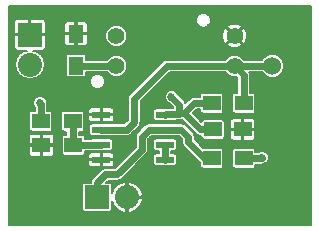
<source format=gbr>
G04 #@! TF.FileFunction,Copper,L1,Top,Signal*
%FSLAX46Y46*%
G04 Gerber Fmt 4.6, Leading zero omitted, Abs format (unit mm)*
G04 Created by KiCad (PCBNEW 0.201506122246+5743~23~ubuntu14.10.1-product) date Sun 14 Jun 2015 08:35:05 PM EDT*
%MOMM*%
G01*
G04 APERTURE LIST*
%ADD10C,0.100000*%
%ADD11R,1.500000X1.250000*%
%ADD12R,2.032000X2.032000*%
%ADD13O,2.032000X2.032000*%
%ADD14R,1.300000X1.500000*%
%ADD15R,1.500000X1.300000*%
%ADD16R,1.550000X0.600000*%
%ADD17C,1.400000*%
%ADD18C,1.524000*%
%ADD19C,0.685800*%
%ADD20C,0.609600*%
%ADD21C,0.152400*%
G04 APERTURE END LIST*
D10*
D11*
X167456800Y-94284800D03*
X169956800Y-94284800D03*
D12*
X151942800Y-86258400D03*
D13*
X151942800Y-88798400D03*
D12*
X157632400Y-100025200D03*
D13*
X160172400Y-100025200D03*
D14*
X155854400Y-88878400D03*
X155854400Y-86178400D03*
D15*
X167356800Y-92049600D03*
X170056800Y-92049600D03*
X152878800Y-93573600D03*
X155578800Y-93573600D03*
X155629600Y-95605600D03*
X152929600Y-95605600D03*
X170056800Y-96723200D03*
X167356800Y-96723200D03*
D16*
X157980400Y-93040200D03*
X157980400Y-94310200D03*
X157980400Y-95580200D03*
X157980400Y-96850200D03*
X163380400Y-96850200D03*
X163380400Y-95580200D03*
X163380400Y-94310200D03*
X163380400Y-93040200D03*
D17*
X159274500Y-88900000D03*
X159274500Y-86360000D03*
X169274500Y-88900000D03*
X169274500Y-86360000D03*
D18*
X172466000Y-88900000D03*
D19*
X152806400Y-92049600D03*
X171602400Y-96672400D03*
X163931600Y-91541600D03*
D20*
X152878800Y-93573600D02*
X152878800Y-92122000D01*
X152878800Y-92122000D02*
X152806400Y-92049600D01*
X170056800Y-96723200D02*
X171551600Y-96723200D01*
X171551600Y-96723200D02*
X171602400Y-96672400D01*
X167356800Y-92049600D02*
X165862000Y-92049600D01*
X165862000Y-92049600D02*
X164998400Y-92913200D01*
X164592000Y-92913200D02*
X164998400Y-92913200D01*
X166370000Y-94284800D02*
X167456800Y-94284800D01*
X164998400Y-92913200D02*
X166370000Y-94284800D01*
X164592000Y-92964000D02*
X164592000Y-92913200D01*
X164592000Y-92913200D02*
X164592000Y-92202000D01*
X164592000Y-92202000D02*
X163931600Y-91541600D01*
X164592000Y-92964000D02*
X163456600Y-92964000D01*
X163456600Y-92964000D02*
X163380400Y-93040200D01*
X167356800Y-96723200D02*
X166725600Y-96723200D01*
X166725600Y-96723200D02*
X165354000Y-95351600D01*
X165354000Y-95351600D02*
X165354000Y-94894400D01*
X165354000Y-94894400D02*
X164769800Y-94310200D01*
X164769800Y-94310200D02*
X163380400Y-94310200D01*
X157632400Y-100025200D02*
X157632400Y-98806000D01*
X162026600Y-94310200D02*
X163380400Y-94310200D01*
X161442400Y-94894400D02*
X162026600Y-94310200D01*
X161442400Y-96012000D02*
X161442400Y-94894400D01*
X159359600Y-98094800D02*
X161442400Y-96012000D01*
X158343600Y-98094800D02*
X159359600Y-98094800D01*
X157632400Y-98806000D02*
X158343600Y-98094800D01*
X155883600Y-88900000D02*
X159274500Y-88900000D01*
X172466000Y-88900000D02*
X169274500Y-88900000D01*
X169325300Y-88950800D02*
X169274500Y-88900000D01*
X170056800Y-92049600D02*
X170056800Y-89682300D01*
X170056800Y-89682300D02*
X169274500Y-88900000D01*
X169274500Y-88900000D02*
X163576000Y-88900000D01*
X160147000Y-94310200D02*
X157980400Y-94310200D01*
X160782000Y-93675200D02*
X160147000Y-94310200D01*
X160782000Y-91694000D02*
X160782000Y-93675200D01*
X163576000Y-88900000D02*
X160782000Y-91694000D01*
X155578800Y-93573600D02*
X155578800Y-95554800D01*
X155578800Y-95554800D02*
X155629600Y-95605600D01*
X155629600Y-95605600D02*
X157955000Y-95605600D01*
X157955000Y-95605600D02*
X157980400Y-95580200D01*
X163380400Y-95580200D02*
X163380400Y-96850200D01*
D21*
G36*
X175743400Y-102337400D02*
X175743400Y-102337400D01*
X150138600Y-102337400D01*
X150138600Y-96901000D01*
X156957750Y-96901000D01*
X156875200Y-96983550D01*
X156875200Y-97215881D01*
X156925470Y-97337243D01*
X157018357Y-97430130D01*
X157139719Y-97480400D01*
X157847050Y-97480400D01*
X157929600Y-97397850D01*
X157929600Y-96901000D01*
X158031200Y-96901000D01*
X158031200Y-97397850D01*
X158113750Y-97480400D01*
X158821081Y-97480400D01*
X158942443Y-97430130D01*
X159035330Y-97337243D01*
X159085600Y-97215881D01*
X159085600Y-96983550D01*
X159003050Y-96901000D01*
X158031200Y-96901000D01*
X157929600Y-96901000D01*
X157929600Y-96901000D01*
X156957750Y-96901000D01*
X150138600Y-96901000D01*
X150138600Y-95656400D01*
X151931950Y-95656400D01*
X151849400Y-95738950D01*
X151849400Y-96321281D01*
X151899670Y-96442643D01*
X151992557Y-96535530D01*
X152113919Y-96585800D01*
X152796250Y-96585800D01*
X152878800Y-96503250D01*
X152878800Y-95656400D01*
X152980400Y-95656400D01*
X152980400Y-96503250D01*
X153062950Y-96585800D01*
X153745281Y-96585800D01*
X153866643Y-96535530D01*
X153959530Y-96442643D01*
X154009800Y-96321281D01*
X154009800Y-95738950D01*
X153927250Y-95656400D01*
X152980400Y-95656400D01*
X152878800Y-95656400D01*
X152878800Y-95656400D01*
X151931950Y-95656400D01*
X150138600Y-95656400D01*
X150138600Y-94625400D01*
X152113919Y-94625400D01*
X151992557Y-94675670D01*
X151899670Y-94768557D01*
X151849400Y-94889919D01*
X151849400Y-95472250D01*
X151931950Y-95554800D01*
X152878800Y-95554800D01*
X152878800Y-94707950D01*
X152796250Y-94625400D01*
X153062950Y-94625400D01*
X152980400Y-94707950D01*
X152980400Y-95554800D01*
X153927250Y-95554800D01*
X154009800Y-95472250D01*
X154009800Y-94889919D01*
X153959530Y-94768557D01*
X153866643Y-94675670D01*
X153745281Y-94625400D01*
X153062950Y-94625400D01*
X152796250Y-94625400D01*
X152796250Y-94625400D01*
X152113919Y-94625400D01*
X150138600Y-94625400D01*
X150138600Y-91478001D01*
X152693220Y-91478001D01*
X152483094Y-91564824D01*
X152322189Y-91725449D01*
X152235000Y-91935423D01*
X152234801Y-92162780D01*
X152321624Y-92372906D01*
X152345400Y-92396723D01*
X152345400Y-92690521D01*
X152128800Y-92690521D01*
X152041636Y-92707433D01*
X151965026Y-92757758D01*
X151913744Y-92833729D01*
X151895721Y-92923600D01*
X151895721Y-94223600D01*
X151912633Y-94310764D01*
X151962958Y-94387374D01*
X152038929Y-94438656D01*
X152128800Y-94456679D01*
X153628800Y-94456679D01*
X153715964Y-94439767D01*
X153792574Y-94389442D01*
X153843856Y-94313471D01*
X153861879Y-94223600D01*
X153861879Y-92923600D01*
X153844967Y-92836436D01*
X153794642Y-92759826D01*
X153718671Y-92708544D01*
X153628800Y-92690521D01*
X154828800Y-92690521D01*
X154741636Y-92707433D01*
X154665026Y-92757758D01*
X154613744Y-92833729D01*
X154595721Y-92923600D01*
X154595721Y-94223600D01*
X154612633Y-94310764D01*
X154662958Y-94387374D01*
X154738929Y-94438656D01*
X154828800Y-94456679D01*
X155045400Y-94456679D01*
X155045400Y-94722521D01*
X154879600Y-94722521D01*
X154792436Y-94739433D01*
X154715826Y-94789758D01*
X154664544Y-94865729D01*
X154646521Y-94955600D01*
X154646521Y-96255600D01*
X154663433Y-96342764D01*
X154713758Y-96419374D01*
X154789729Y-96470656D01*
X154879600Y-96488679D01*
X156379600Y-96488679D01*
X156466764Y-96471767D01*
X156543374Y-96421442D01*
X156594656Y-96345471D01*
X156612679Y-96255600D01*
X156612679Y-96220000D01*
X157139719Y-96220000D01*
X157018357Y-96270270D01*
X156925470Y-96363157D01*
X156875200Y-96484519D01*
X156875200Y-96716850D01*
X156957750Y-96799400D01*
X157929600Y-96799400D01*
X157929600Y-96302550D01*
X157847050Y-96220000D01*
X158113750Y-96220000D01*
X158031200Y-96302550D01*
X158031200Y-96799400D01*
X159003050Y-96799400D01*
X159085600Y-96716850D01*
X159085600Y-96484519D01*
X159035330Y-96363157D01*
X158942443Y-96270270D01*
X158821081Y-96220000D01*
X158113750Y-96220000D01*
X157847050Y-96220000D01*
X157847050Y-96220000D01*
X157139719Y-96220000D01*
X156612679Y-96220000D01*
X156612679Y-96139000D01*
X157955000Y-96139000D01*
X158084307Y-96113279D01*
X158755400Y-96113279D01*
X158842564Y-96096367D01*
X158919174Y-96046042D01*
X158970456Y-95970071D01*
X158988479Y-95880200D01*
X158988479Y-95280200D01*
X158971567Y-95193036D01*
X158921242Y-95116426D01*
X158845271Y-95065144D01*
X158755400Y-95047121D01*
X157982014Y-95047121D01*
X157980400Y-95046800D01*
X157978786Y-95047121D01*
X157205400Y-95047121D01*
X157118236Y-95064033D01*
X157105803Y-95072200D01*
X156612679Y-95072200D01*
X156612679Y-94955600D01*
X156595767Y-94868436D01*
X156545442Y-94791826D01*
X156469471Y-94740544D01*
X156379600Y-94722521D01*
X156112200Y-94722521D01*
X156112200Y-94456679D01*
X156328800Y-94456679D01*
X156415964Y-94439767D01*
X156492574Y-94389442D01*
X156543856Y-94313471D01*
X156561879Y-94223600D01*
X156561879Y-93091000D01*
X156957750Y-93091000D01*
X156875200Y-93173550D01*
X156875200Y-93405881D01*
X156925470Y-93527243D01*
X157018357Y-93620130D01*
X157139719Y-93670400D01*
X157847050Y-93670400D01*
X157929600Y-93587850D01*
X157929600Y-93091000D01*
X158031200Y-93091000D01*
X158031200Y-93587850D01*
X158113750Y-93670400D01*
X158821081Y-93670400D01*
X158942443Y-93620130D01*
X159035330Y-93527243D01*
X159085600Y-93405881D01*
X159085600Y-93173550D01*
X159003050Y-93091000D01*
X158031200Y-93091000D01*
X157929600Y-93091000D01*
X157929600Y-93091000D01*
X156957750Y-93091000D01*
X156561879Y-93091000D01*
X156561879Y-92923600D01*
X156544967Y-92836436D01*
X156494642Y-92759826D01*
X156418671Y-92708544D01*
X156328800Y-92690521D01*
X154828800Y-92690521D01*
X153628800Y-92690521D01*
X153628800Y-92690521D01*
X153412200Y-92690521D01*
X153412200Y-92410000D01*
X157139719Y-92410000D01*
X157018357Y-92460270D01*
X156925470Y-92553157D01*
X156875200Y-92674519D01*
X156875200Y-92906850D01*
X156957750Y-92989400D01*
X157929600Y-92989400D01*
X157929600Y-92492550D01*
X157847050Y-92410000D01*
X158113750Y-92410000D01*
X158031200Y-92492550D01*
X158031200Y-92989400D01*
X159003050Y-92989400D01*
X159085600Y-92906850D01*
X159085600Y-92674519D01*
X159035330Y-92553157D01*
X158942443Y-92460270D01*
X158821081Y-92410000D01*
X158113750Y-92410000D01*
X157847050Y-92410000D01*
X157847050Y-92410000D01*
X157139719Y-92410000D01*
X153412200Y-92410000D01*
X153412200Y-92122000D01*
X153377987Y-91950002D01*
X153377999Y-91936420D01*
X153372767Y-91923757D01*
X153371597Y-91917877D01*
X153368295Y-91912936D01*
X153291176Y-91726294D01*
X153130551Y-91565389D01*
X152920577Y-91478200D01*
X152693220Y-91478001D01*
X150138600Y-91478001D01*
X150138600Y-86309200D01*
X150679150Y-86309200D01*
X150596600Y-86391750D01*
X150596600Y-87340081D01*
X150646870Y-87461443D01*
X150739757Y-87554330D01*
X150861119Y-87604600D01*
X151663029Y-87604600D01*
X151442129Y-87648540D01*
X151038352Y-87918335D01*
X150768557Y-88322112D01*
X150673817Y-88798400D01*
X150768557Y-89274688D01*
X151038352Y-89678465D01*
X151442129Y-89948260D01*
X151918417Y-90043000D01*
X151967183Y-90043000D01*
X152443471Y-89948260D01*
X152847248Y-89678465D01*
X153117043Y-89274688D01*
X153211783Y-88798400D01*
X153117043Y-88322112D01*
X152847248Y-87918335D01*
X152812806Y-87895321D01*
X155204400Y-87895321D01*
X155117236Y-87912233D01*
X155040626Y-87962558D01*
X154989344Y-88038529D01*
X154971321Y-88128400D01*
X154971321Y-89628400D01*
X154988233Y-89715564D01*
X155038558Y-89792174D01*
X155114529Y-89843456D01*
X155204400Y-89861479D01*
X156504400Y-89861479D01*
X156591564Y-89844567D01*
X156668174Y-89794242D01*
X156719456Y-89718271D01*
X156737479Y-89628400D01*
X156737479Y-89601291D01*
X157550012Y-89601291D01*
X157318892Y-89696788D01*
X157141910Y-89873462D01*
X157046009Y-90104415D01*
X157045791Y-90354488D01*
X157141288Y-90585608D01*
X157317962Y-90762590D01*
X157548915Y-90858491D01*
X157798988Y-90858709D01*
X158030108Y-90763212D01*
X158207090Y-90586538D01*
X158302991Y-90355585D01*
X158303209Y-90105512D01*
X158207712Y-89874392D01*
X158031038Y-89697410D01*
X157800085Y-89601509D01*
X157550012Y-89601291D01*
X156737479Y-89601291D01*
X156737479Y-89433400D01*
X158494876Y-89433400D01*
X158747804Y-89686769D01*
X159088980Y-89828438D01*
X159458400Y-89828760D01*
X159799822Y-89687688D01*
X160061269Y-89426696D01*
X160202938Y-89085520D01*
X160203260Y-88716100D01*
X160062188Y-88374678D01*
X159801196Y-88113231D01*
X159460020Y-87971562D01*
X159090600Y-87971240D01*
X158749178Y-88112312D01*
X158494447Y-88366600D01*
X156737479Y-88366600D01*
X156737479Y-88128400D01*
X156720567Y-88041236D01*
X156670242Y-87964626D01*
X156594271Y-87913344D01*
X156573747Y-87909228D01*
X172269822Y-87909228D01*
X171905603Y-88059721D01*
X171626700Y-88338138D01*
X171614881Y-88366600D01*
X170054124Y-88366600D01*
X169801196Y-88113231D01*
X169460020Y-87971562D01*
X169090600Y-87971240D01*
X168749178Y-88112312D01*
X168494447Y-88366600D01*
X163576005Y-88366600D01*
X163576000Y-88366599D01*
X163371877Y-88407203D01*
X163198829Y-88522829D01*
X160404829Y-91316829D01*
X160289203Y-91489877D01*
X160248600Y-91694000D01*
X160248600Y-93454259D01*
X159926058Y-93776800D01*
X157980400Y-93776800D01*
X157978786Y-93777121D01*
X157205400Y-93777121D01*
X157118236Y-93794033D01*
X157041626Y-93844358D01*
X156990344Y-93920329D01*
X156972321Y-94010200D01*
X156972321Y-94610200D01*
X156989233Y-94697364D01*
X157039558Y-94773974D01*
X157115529Y-94825256D01*
X157205400Y-94843279D01*
X157978786Y-94843279D01*
X157980400Y-94843600D01*
X160147000Y-94843600D01*
X160351123Y-94802997D01*
X160524171Y-94687371D01*
X160524172Y-94687370D01*
X161159168Y-94052373D01*
X161159171Y-94052371D01*
X161274797Y-93879323D01*
X161287114Y-93817403D01*
X161295190Y-93776799D01*
X162026600Y-93776799D01*
X161822477Y-93817403D01*
X161649429Y-93933029D01*
X161649427Y-93933032D01*
X161065229Y-94517229D01*
X160949603Y-94690277D01*
X160909000Y-94894400D01*
X160909000Y-95791058D01*
X159138658Y-97561400D01*
X158343605Y-97561400D01*
X158343600Y-97561399D01*
X158139477Y-97602003D01*
X157966429Y-97717629D01*
X157255229Y-98428829D01*
X157139603Y-98601877D01*
X157104943Y-98776121D01*
X156616400Y-98776121D01*
X156529236Y-98793033D01*
X156452626Y-98843358D01*
X156401344Y-98919329D01*
X156383321Y-99009200D01*
X156383321Y-101041200D01*
X156400233Y-101128364D01*
X156450558Y-101204974D01*
X156526529Y-101256256D01*
X156616400Y-101274279D01*
X158648400Y-101274279D01*
X158735564Y-101257367D01*
X158812174Y-101207042D01*
X158863456Y-101131071D01*
X158881479Y-101041200D01*
X158881479Y-100358108D01*
X159051933Y-100771402D01*
X159422783Y-101143385D01*
X159907755Y-101345134D01*
X159911783Y-101345932D01*
X160121600Y-101287828D01*
X160121600Y-100076000D01*
X160223200Y-100076000D01*
X160223200Y-101287828D01*
X160433017Y-101345932D01*
X160437045Y-101345134D01*
X160922017Y-101143385D01*
X161292867Y-100771402D01*
X161493136Y-100285817D01*
X161435095Y-100076000D01*
X160223200Y-100076000D01*
X160121600Y-100076000D01*
X160121600Y-100076000D01*
X160101600Y-100076000D01*
X160101600Y-99974400D01*
X160121600Y-99974400D01*
X160121600Y-98762572D01*
X159911783Y-98704468D01*
X160433017Y-98704468D01*
X160223200Y-98762572D01*
X160223200Y-99974400D01*
X161435095Y-99974400D01*
X161493136Y-99764583D01*
X161292867Y-99278998D01*
X160922017Y-98907015D01*
X160437045Y-98705266D01*
X160433017Y-98704468D01*
X159911783Y-98704468D01*
X159911783Y-98704468D01*
X159907755Y-98705266D01*
X159422783Y-98907015D01*
X159051933Y-99278998D01*
X158881479Y-99692292D01*
X158881479Y-99009200D01*
X158864567Y-98922036D01*
X158814242Y-98845426D01*
X158738271Y-98794144D01*
X158648400Y-98776121D01*
X158416621Y-98776121D01*
X158564542Y-98628200D01*
X159359600Y-98628200D01*
X159563723Y-98587597D01*
X159736771Y-98471971D01*
X161819571Y-96389171D01*
X161935197Y-96216123D01*
X161975800Y-96012000D01*
X161975800Y-95115342D01*
X162044341Y-95046800D01*
X163380400Y-95046800D01*
X163378786Y-95047121D01*
X162605400Y-95047121D01*
X162518236Y-95064033D01*
X162441626Y-95114358D01*
X162390344Y-95190329D01*
X162372321Y-95280200D01*
X162372321Y-95880200D01*
X162389233Y-95967364D01*
X162439558Y-96043974D01*
X162515529Y-96095256D01*
X162605400Y-96113279D01*
X162847000Y-96113279D01*
X162847000Y-96317121D01*
X162605400Y-96317121D01*
X162518236Y-96334033D01*
X162441626Y-96384358D01*
X162390344Y-96460329D01*
X162372321Y-96550200D01*
X162372321Y-97150200D01*
X162389233Y-97237364D01*
X162439558Y-97313974D01*
X162515529Y-97365256D01*
X162605400Y-97383279D01*
X163378786Y-97383279D01*
X163380400Y-97383600D01*
X163382014Y-97383279D01*
X164155400Y-97383279D01*
X164242564Y-97366367D01*
X164319174Y-97316042D01*
X164370456Y-97240071D01*
X164388479Y-97150200D01*
X164388479Y-96550200D01*
X164371567Y-96463036D01*
X164321242Y-96386426D01*
X164245271Y-96335144D01*
X164155400Y-96317121D01*
X163913800Y-96317121D01*
X163913800Y-96113279D01*
X164155400Y-96113279D01*
X164242564Y-96096367D01*
X164319174Y-96046042D01*
X164370456Y-95970071D01*
X164388479Y-95880200D01*
X164388479Y-95280200D01*
X164371567Y-95193036D01*
X164321242Y-95116426D01*
X164245271Y-95065144D01*
X164155400Y-95047121D01*
X163382014Y-95047121D01*
X163380400Y-95046800D01*
X162044341Y-95046800D01*
X162247541Y-94843600D01*
X164548858Y-94843600D01*
X164820600Y-95115341D01*
X164820600Y-95351600D01*
X164861203Y-95555723D01*
X164976829Y-95728771D01*
X166348429Y-97100371D01*
X166373721Y-97117271D01*
X166373721Y-97373200D01*
X166390633Y-97460364D01*
X166440958Y-97536974D01*
X166516929Y-97588256D01*
X166606800Y-97606279D01*
X168106800Y-97606279D01*
X168193964Y-97589367D01*
X168270574Y-97539042D01*
X168321856Y-97463071D01*
X168339879Y-97373200D01*
X168339879Y-96073200D01*
X168322967Y-95986036D01*
X168272642Y-95909426D01*
X168196671Y-95858144D01*
X168106800Y-95840121D01*
X169306800Y-95840121D01*
X169219636Y-95857033D01*
X169143026Y-95907358D01*
X169091744Y-95983329D01*
X169073721Y-96073200D01*
X169073721Y-97373200D01*
X169090633Y-97460364D01*
X169140958Y-97536974D01*
X169216929Y-97588256D01*
X169306800Y-97606279D01*
X170806800Y-97606279D01*
X170893964Y-97589367D01*
X170970574Y-97539042D01*
X171021856Y-97463071D01*
X171039879Y-97373200D01*
X171039879Y-97256600D01*
X171551600Y-97256600D01*
X171615390Y-97243911D01*
X171715580Y-97243999D01*
X171925706Y-97157176D01*
X172086611Y-96996551D01*
X172173800Y-96786577D01*
X172173999Y-96559220D01*
X172087176Y-96349094D01*
X171926551Y-96188189D01*
X171716577Y-96101000D01*
X171489220Y-96100801D01*
X171279094Y-96187624D01*
X171276914Y-96189800D01*
X171039879Y-96189800D01*
X171039879Y-96073200D01*
X171022967Y-95986036D01*
X170972642Y-95909426D01*
X170896671Y-95858144D01*
X170806800Y-95840121D01*
X169306800Y-95840121D01*
X168106800Y-95840121D01*
X168106800Y-95840121D01*
X166606800Y-95840121D01*
X166598478Y-95841736D01*
X165887400Y-95130658D01*
X165887400Y-94894405D01*
X165887401Y-94894400D01*
X165846797Y-94690277D01*
X165803448Y-94625400D01*
X165731171Y-94517229D01*
X165731168Y-94517227D01*
X165146971Y-93933029D01*
X164973923Y-93817403D01*
X164769800Y-93776800D01*
X162026605Y-93776800D01*
X162026600Y-93776799D01*
X161295190Y-93776799D01*
X161315401Y-93675200D01*
X161315400Y-93675195D01*
X161315400Y-91914942D01*
X162260341Y-90970001D01*
X163818420Y-90970001D01*
X163608294Y-91056824D01*
X163447389Y-91217449D01*
X163360200Y-91427423D01*
X163360001Y-91654780D01*
X163446824Y-91864906D01*
X163607449Y-92025811D01*
X163699828Y-92064170D01*
X164058600Y-92422942D01*
X164058600Y-92430600D01*
X163456600Y-92430600D01*
X163252477Y-92471203D01*
X163198721Y-92507121D01*
X162605400Y-92507121D01*
X162518236Y-92524033D01*
X162441626Y-92574358D01*
X162390344Y-92650329D01*
X162372321Y-92740200D01*
X162372321Y-93340200D01*
X162389233Y-93427364D01*
X162439558Y-93503974D01*
X162515529Y-93555256D01*
X162605400Y-93573279D01*
X163378786Y-93573279D01*
X163380400Y-93573600D01*
X163382014Y-93573279D01*
X164155400Y-93573279D01*
X164242564Y-93556367D01*
X164319174Y-93506042D01*
X164325008Y-93497400D01*
X164592000Y-93497400D01*
X164789060Y-93458202D01*
X165992829Y-94661971D01*
X166165876Y-94777597D01*
X166370000Y-94818200D01*
X166473721Y-94818200D01*
X166473721Y-94909800D01*
X166490633Y-94996964D01*
X166540958Y-95073574D01*
X166616929Y-95124856D01*
X166706800Y-95142879D01*
X168206800Y-95142879D01*
X168293964Y-95125967D01*
X168370574Y-95075642D01*
X168421856Y-94999671D01*
X168439879Y-94909800D01*
X168439879Y-94335600D01*
X168959150Y-94335600D01*
X168876600Y-94418150D01*
X168876600Y-94975481D01*
X168926870Y-95096843D01*
X169019757Y-95189730D01*
X169141119Y-95240000D01*
X169823450Y-95240000D01*
X169906000Y-95157450D01*
X169906000Y-94335600D01*
X170007600Y-94335600D01*
X170007600Y-95157450D01*
X170090150Y-95240000D01*
X170772481Y-95240000D01*
X170893843Y-95189730D01*
X170986730Y-95096843D01*
X171037000Y-94975481D01*
X171037000Y-94418150D01*
X170954450Y-94335600D01*
X170007600Y-94335600D01*
X169906000Y-94335600D01*
X169906000Y-94335600D01*
X168959150Y-94335600D01*
X168439879Y-94335600D01*
X168439879Y-93659800D01*
X168422967Y-93572636D01*
X168372642Y-93496026D01*
X168296671Y-93444744D01*
X168206800Y-93426721D01*
X166706800Y-93426721D01*
X166619636Y-93443633D01*
X166543026Y-93493958D01*
X166491744Y-93569929D01*
X166478001Y-93638459D01*
X166169142Y-93329600D01*
X169141119Y-93329600D01*
X169019757Y-93379870D01*
X168926870Y-93472757D01*
X168876600Y-93594119D01*
X168876600Y-94151450D01*
X168959150Y-94234000D01*
X169906000Y-94234000D01*
X169906000Y-93412150D01*
X169823450Y-93329600D01*
X170090150Y-93329600D01*
X170007600Y-93412150D01*
X170007600Y-94234000D01*
X170954450Y-94234000D01*
X171037000Y-94151450D01*
X171037000Y-93594119D01*
X170986730Y-93472757D01*
X170893843Y-93379870D01*
X170772481Y-93329600D01*
X170090150Y-93329600D01*
X169823450Y-93329600D01*
X169823450Y-93329600D01*
X169141119Y-93329600D01*
X166169142Y-93329600D01*
X165752742Y-92913200D01*
X166082942Y-92583000D01*
X166373721Y-92583000D01*
X166373721Y-92699600D01*
X166390633Y-92786764D01*
X166440958Y-92863374D01*
X166516929Y-92914656D01*
X166606800Y-92932679D01*
X168106800Y-92932679D01*
X168193964Y-92915767D01*
X168270574Y-92865442D01*
X168321856Y-92789471D01*
X168339879Y-92699600D01*
X168339879Y-91399600D01*
X168322967Y-91312436D01*
X168272642Y-91235826D01*
X168196671Y-91184544D01*
X168106800Y-91166521D01*
X166606800Y-91166521D01*
X166519636Y-91183433D01*
X166443026Y-91233758D01*
X166391744Y-91309729D01*
X166373721Y-91399600D01*
X166373721Y-91516200D01*
X165862000Y-91516200D01*
X165657877Y-91556803D01*
X165484829Y-91672429D01*
X165097172Y-92060086D01*
X165084797Y-91997877D01*
X164969171Y-91824829D01*
X164454217Y-91309875D01*
X164416376Y-91218294D01*
X164255751Y-91057389D01*
X164045777Y-90970200D01*
X163818420Y-90970001D01*
X162260341Y-90970001D01*
X163796942Y-89433400D01*
X168494876Y-89433400D01*
X168747804Y-89686769D01*
X169088980Y-89828438D01*
X169448910Y-89828752D01*
X169523400Y-89903242D01*
X169523400Y-91166521D01*
X169306800Y-91166521D01*
X169219636Y-91183433D01*
X169143026Y-91233758D01*
X169091744Y-91309729D01*
X169073721Y-91399600D01*
X169073721Y-92699600D01*
X169090633Y-92786764D01*
X169140958Y-92863374D01*
X169216929Y-92914656D01*
X169306800Y-92932679D01*
X170806800Y-92932679D01*
X170893964Y-92915767D01*
X170970574Y-92865442D01*
X171021856Y-92789471D01*
X171039879Y-92699600D01*
X171039879Y-91399600D01*
X171022967Y-91312436D01*
X170972642Y-91235826D01*
X170896671Y-91184544D01*
X170806800Y-91166521D01*
X170590200Y-91166521D01*
X170590200Y-89682300D01*
X170549597Y-89478177D01*
X170549597Y-89478176D01*
X170519679Y-89433400D01*
X171614566Y-89433400D01*
X171625721Y-89460397D01*
X171904138Y-89739300D01*
X172268093Y-89890428D01*
X172662178Y-89890772D01*
X173026397Y-89740279D01*
X173305300Y-89461862D01*
X173456428Y-89097907D01*
X173456772Y-88703822D01*
X173306279Y-88339603D01*
X173027862Y-88060700D01*
X172663907Y-87909572D01*
X172269822Y-87909228D01*
X156573747Y-87909228D01*
X156504400Y-87895321D01*
X155204400Y-87895321D01*
X152812806Y-87895321D01*
X152443471Y-87648540D01*
X152222571Y-87604600D01*
X153024481Y-87604600D01*
X153145843Y-87554330D01*
X153238730Y-87461443D01*
X153289000Y-87340081D01*
X153289000Y-86391750D01*
X153206450Y-86309200D01*
X151993600Y-86309200D01*
X151993600Y-86329200D01*
X151892000Y-86329200D01*
X151892000Y-86309200D01*
X150679150Y-86309200D01*
X150138600Y-86309200D01*
X150138600Y-86229200D01*
X154956750Y-86229200D01*
X154874200Y-86311750D01*
X154874200Y-86994081D01*
X154924470Y-87115443D01*
X155017357Y-87208330D01*
X155138719Y-87258600D01*
X155721050Y-87258600D01*
X155803600Y-87176050D01*
X155803600Y-86229200D01*
X155905200Y-86229200D01*
X155905200Y-87176050D01*
X155987750Y-87258600D01*
X156570081Y-87258600D01*
X156691443Y-87208330D01*
X156784330Y-87115443D01*
X156834600Y-86994081D01*
X156834600Y-86311750D01*
X156752050Y-86229200D01*
X155905200Y-86229200D01*
X155803600Y-86229200D01*
X155803600Y-86229200D01*
X154956750Y-86229200D01*
X150138600Y-86229200D01*
X150138600Y-84912200D01*
X150861119Y-84912200D01*
X150739757Y-84962470D01*
X150646870Y-85055357D01*
X150596600Y-85176719D01*
X150596600Y-86125050D01*
X150679150Y-86207600D01*
X151892000Y-86207600D01*
X151892000Y-84994750D01*
X151809450Y-84912200D01*
X152076150Y-84912200D01*
X151993600Y-84994750D01*
X151993600Y-86207600D01*
X153206450Y-86207600D01*
X153289000Y-86125050D01*
X153289000Y-85176719D01*
X153256477Y-85098200D01*
X155138719Y-85098200D01*
X155017357Y-85148470D01*
X154924470Y-85241357D01*
X154874200Y-85362719D01*
X154874200Y-86045050D01*
X154956750Y-86127600D01*
X155803600Y-86127600D01*
X155803600Y-85180750D01*
X155721050Y-85098200D01*
X155987750Y-85098200D01*
X155905200Y-85180750D01*
X155905200Y-86127600D01*
X156752050Y-86127600D01*
X156834600Y-86045050D01*
X156834600Y-85431240D01*
X159090600Y-85431240D01*
X158749178Y-85572312D01*
X158487731Y-85833304D01*
X158346062Y-86174480D01*
X158345740Y-86543900D01*
X158486812Y-86885322D01*
X158747804Y-87146769D01*
X159088980Y-87288438D01*
X159458400Y-87288760D01*
X159799822Y-87147688D01*
X160061269Y-86886696D01*
X160202938Y-86545520D01*
X160203260Y-86176100D01*
X160062188Y-85834678D01*
X159940226Y-85712503D01*
X168555161Y-85712503D01*
X168395858Y-85784421D01*
X168242476Y-86164476D01*
X168246210Y-86574298D01*
X168395858Y-86935579D01*
X168555161Y-87007497D01*
X169130816Y-86431842D01*
X169274500Y-86431842D01*
X168627003Y-87079339D01*
X168698921Y-87238642D01*
X169078976Y-87392024D01*
X169488798Y-87388290D01*
X169850079Y-87238642D01*
X169921997Y-87079339D01*
X169274500Y-86431842D01*
X169130816Y-86431842D01*
X169202658Y-86360000D01*
X168555161Y-85712503D01*
X159940226Y-85712503D01*
X159801196Y-85573231D01*
X159460020Y-85431562D01*
X159090600Y-85431240D01*
X156834600Y-85431240D01*
X156834600Y-85362719D01*
X156784330Y-85241357D01*
X156691443Y-85148470D01*
X156570081Y-85098200D01*
X155987750Y-85098200D01*
X155721050Y-85098200D01*
X155721050Y-85098200D01*
X155138719Y-85098200D01*
X153256477Y-85098200D01*
X153238730Y-85055357D01*
X153145843Y-84962470D01*
X153024481Y-84912200D01*
X152076150Y-84912200D01*
X151809450Y-84912200D01*
X151809450Y-84912200D01*
X150861119Y-84912200D01*
X150138600Y-84912200D01*
X150138600Y-84401291D01*
X166500012Y-84401291D01*
X166268892Y-84496788D01*
X166091910Y-84673462D01*
X165996009Y-84904415D01*
X165995791Y-85154488D01*
X166091288Y-85385608D01*
X166267962Y-85562590D01*
X166498915Y-85658491D01*
X166748988Y-85658709D01*
X166980108Y-85563212D01*
X167157090Y-85386538D01*
X167181407Y-85327976D01*
X169470024Y-85327976D01*
X169060202Y-85331710D01*
X168698921Y-85481358D01*
X168627003Y-85640661D01*
X169274500Y-86288158D01*
X169850155Y-85712503D01*
X169993839Y-85712503D01*
X169346342Y-86360000D01*
X169993839Y-87007497D01*
X170153142Y-86935579D01*
X170306524Y-86555524D01*
X170302790Y-86145702D01*
X170153142Y-85784421D01*
X169993839Y-85712503D01*
X169850155Y-85712503D01*
X169921997Y-85640661D01*
X169850079Y-85481358D01*
X169470024Y-85327976D01*
X167181407Y-85327976D01*
X167252991Y-85155585D01*
X167253209Y-84905512D01*
X167157712Y-84674392D01*
X166981038Y-84497410D01*
X166750085Y-84401509D01*
X166500012Y-84401291D01*
X150138600Y-84401291D01*
X150138600Y-83844600D01*
X175743400Y-83844600D01*
X175743400Y-102337400D01*
X175743400Y-102337400D01*
G37*
X175743400Y-102337400D02*
X175743400Y-102337400D01*
X150138600Y-102337400D01*
X150138600Y-96901000D01*
X156957750Y-96901000D01*
X156875200Y-96983550D01*
X156875200Y-97215881D01*
X156925470Y-97337243D01*
X157018357Y-97430130D01*
X157139719Y-97480400D01*
X157847050Y-97480400D01*
X157929600Y-97397850D01*
X157929600Y-96901000D01*
X158031200Y-96901000D01*
X158031200Y-97397850D01*
X158113750Y-97480400D01*
X158821081Y-97480400D01*
X158942443Y-97430130D01*
X159035330Y-97337243D01*
X159085600Y-97215881D01*
X159085600Y-96983550D01*
X159003050Y-96901000D01*
X158031200Y-96901000D01*
X157929600Y-96901000D01*
X157929600Y-96901000D01*
X156957750Y-96901000D01*
X150138600Y-96901000D01*
X150138600Y-95656400D01*
X151931950Y-95656400D01*
X151849400Y-95738950D01*
X151849400Y-96321281D01*
X151899670Y-96442643D01*
X151992557Y-96535530D01*
X152113919Y-96585800D01*
X152796250Y-96585800D01*
X152878800Y-96503250D01*
X152878800Y-95656400D01*
X152980400Y-95656400D01*
X152980400Y-96503250D01*
X153062950Y-96585800D01*
X153745281Y-96585800D01*
X153866643Y-96535530D01*
X153959530Y-96442643D01*
X154009800Y-96321281D01*
X154009800Y-95738950D01*
X153927250Y-95656400D01*
X152980400Y-95656400D01*
X152878800Y-95656400D01*
X152878800Y-95656400D01*
X151931950Y-95656400D01*
X150138600Y-95656400D01*
X150138600Y-94625400D01*
X152113919Y-94625400D01*
X151992557Y-94675670D01*
X151899670Y-94768557D01*
X151849400Y-94889919D01*
X151849400Y-95472250D01*
X151931950Y-95554800D01*
X152878800Y-95554800D01*
X152878800Y-94707950D01*
X152796250Y-94625400D01*
X153062950Y-94625400D01*
X152980400Y-94707950D01*
X152980400Y-95554800D01*
X153927250Y-95554800D01*
X154009800Y-95472250D01*
X154009800Y-94889919D01*
X153959530Y-94768557D01*
X153866643Y-94675670D01*
X153745281Y-94625400D01*
X153062950Y-94625400D01*
X152796250Y-94625400D01*
X152796250Y-94625400D01*
X152113919Y-94625400D01*
X150138600Y-94625400D01*
X150138600Y-91478001D01*
X152693220Y-91478001D01*
X152483094Y-91564824D01*
X152322189Y-91725449D01*
X152235000Y-91935423D01*
X152234801Y-92162780D01*
X152321624Y-92372906D01*
X152345400Y-92396723D01*
X152345400Y-92690521D01*
X152128800Y-92690521D01*
X152041636Y-92707433D01*
X151965026Y-92757758D01*
X151913744Y-92833729D01*
X151895721Y-92923600D01*
X151895721Y-94223600D01*
X151912633Y-94310764D01*
X151962958Y-94387374D01*
X152038929Y-94438656D01*
X152128800Y-94456679D01*
X153628800Y-94456679D01*
X153715964Y-94439767D01*
X153792574Y-94389442D01*
X153843856Y-94313471D01*
X153861879Y-94223600D01*
X153861879Y-92923600D01*
X153844967Y-92836436D01*
X153794642Y-92759826D01*
X153718671Y-92708544D01*
X153628800Y-92690521D01*
X154828800Y-92690521D01*
X154741636Y-92707433D01*
X154665026Y-92757758D01*
X154613744Y-92833729D01*
X154595721Y-92923600D01*
X154595721Y-94223600D01*
X154612633Y-94310764D01*
X154662958Y-94387374D01*
X154738929Y-94438656D01*
X154828800Y-94456679D01*
X155045400Y-94456679D01*
X155045400Y-94722521D01*
X154879600Y-94722521D01*
X154792436Y-94739433D01*
X154715826Y-94789758D01*
X154664544Y-94865729D01*
X154646521Y-94955600D01*
X154646521Y-96255600D01*
X154663433Y-96342764D01*
X154713758Y-96419374D01*
X154789729Y-96470656D01*
X154879600Y-96488679D01*
X156379600Y-96488679D01*
X156466764Y-96471767D01*
X156543374Y-96421442D01*
X156594656Y-96345471D01*
X156612679Y-96255600D01*
X156612679Y-96220000D01*
X157139719Y-96220000D01*
X157018357Y-96270270D01*
X156925470Y-96363157D01*
X156875200Y-96484519D01*
X156875200Y-96716850D01*
X156957750Y-96799400D01*
X157929600Y-96799400D01*
X157929600Y-96302550D01*
X157847050Y-96220000D01*
X158113750Y-96220000D01*
X158031200Y-96302550D01*
X158031200Y-96799400D01*
X159003050Y-96799400D01*
X159085600Y-96716850D01*
X159085600Y-96484519D01*
X159035330Y-96363157D01*
X158942443Y-96270270D01*
X158821081Y-96220000D01*
X158113750Y-96220000D01*
X157847050Y-96220000D01*
X157847050Y-96220000D01*
X157139719Y-96220000D01*
X156612679Y-96220000D01*
X156612679Y-96139000D01*
X157955000Y-96139000D01*
X158084307Y-96113279D01*
X158755400Y-96113279D01*
X158842564Y-96096367D01*
X158919174Y-96046042D01*
X158970456Y-95970071D01*
X158988479Y-95880200D01*
X158988479Y-95280200D01*
X158971567Y-95193036D01*
X158921242Y-95116426D01*
X158845271Y-95065144D01*
X158755400Y-95047121D01*
X157982014Y-95047121D01*
X157980400Y-95046800D01*
X157978786Y-95047121D01*
X157205400Y-95047121D01*
X157118236Y-95064033D01*
X157105803Y-95072200D01*
X156612679Y-95072200D01*
X156612679Y-94955600D01*
X156595767Y-94868436D01*
X156545442Y-94791826D01*
X156469471Y-94740544D01*
X156379600Y-94722521D01*
X156112200Y-94722521D01*
X156112200Y-94456679D01*
X156328800Y-94456679D01*
X156415964Y-94439767D01*
X156492574Y-94389442D01*
X156543856Y-94313471D01*
X156561879Y-94223600D01*
X156561879Y-93091000D01*
X156957750Y-93091000D01*
X156875200Y-93173550D01*
X156875200Y-93405881D01*
X156925470Y-93527243D01*
X157018357Y-93620130D01*
X157139719Y-93670400D01*
X157847050Y-93670400D01*
X157929600Y-93587850D01*
X157929600Y-93091000D01*
X158031200Y-93091000D01*
X158031200Y-93587850D01*
X158113750Y-93670400D01*
X158821081Y-93670400D01*
X158942443Y-93620130D01*
X159035330Y-93527243D01*
X159085600Y-93405881D01*
X159085600Y-93173550D01*
X159003050Y-93091000D01*
X158031200Y-93091000D01*
X157929600Y-93091000D01*
X157929600Y-93091000D01*
X156957750Y-93091000D01*
X156561879Y-93091000D01*
X156561879Y-92923600D01*
X156544967Y-92836436D01*
X156494642Y-92759826D01*
X156418671Y-92708544D01*
X156328800Y-92690521D01*
X154828800Y-92690521D01*
X153628800Y-92690521D01*
X153628800Y-92690521D01*
X153412200Y-92690521D01*
X153412200Y-92410000D01*
X157139719Y-92410000D01*
X157018357Y-92460270D01*
X156925470Y-92553157D01*
X156875200Y-92674519D01*
X156875200Y-92906850D01*
X156957750Y-92989400D01*
X157929600Y-92989400D01*
X157929600Y-92492550D01*
X157847050Y-92410000D01*
X158113750Y-92410000D01*
X158031200Y-92492550D01*
X158031200Y-92989400D01*
X159003050Y-92989400D01*
X159085600Y-92906850D01*
X159085600Y-92674519D01*
X159035330Y-92553157D01*
X158942443Y-92460270D01*
X158821081Y-92410000D01*
X158113750Y-92410000D01*
X157847050Y-92410000D01*
X157847050Y-92410000D01*
X157139719Y-92410000D01*
X153412200Y-92410000D01*
X153412200Y-92122000D01*
X153377987Y-91950002D01*
X153377999Y-91936420D01*
X153372767Y-91923757D01*
X153371597Y-91917877D01*
X153368295Y-91912936D01*
X153291176Y-91726294D01*
X153130551Y-91565389D01*
X152920577Y-91478200D01*
X152693220Y-91478001D01*
X150138600Y-91478001D01*
X150138600Y-86309200D01*
X150679150Y-86309200D01*
X150596600Y-86391750D01*
X150596600Y-87340081D01*
X150646870Y-87461443D01*
X150739757Y-87554330D01*
X150861119Y-87604600D01*
X151663029Y-87604600D01*
X151442129Y-87648540D01*
X151038352Y-87918335D01*
X150768557Y-88322112D01*
X150673817Y-88798400D01*
X150768557Y-89274688D01*
X151038352Y-89678465D01*
X151442129Y-89948260D01*
X151918417Y-90043000D01*
X151967183Y-90043000D01*
X152443471Y-89948260D01*
X152847248Y-89678465D01*
X153117043Y-89274688D01*
X153211783Y-88798400D01*
X153117043Y-88322112D01*
X152847248Y-87918335D01*
X152812806Y-87895321D01*
X155204400Y-87895321D01*
X155117236Y-87912233D01*
X155040626Y-87962558D01*
X154989344Y-88038529D01*
X154971321Y-88128400D01*
X154971321Y-89628400D01*
X154988233Y-89715564D01*
X155038558Y-89792174D01*
X155114529Y-89843456D01*
X155204400Y-89861479D01*
X156504400Y-89861479D01*
X156591564Y-89844567D01*
X156668174Y-89794242D01*
X156719456Y-89718271D01*
X156737479Y-89628400D01*
X156737479Y-89601291D01*
X157550012Y-89601291D01*
X157318892Y-89696788D01*
X157141910Y-89873462D01*
X157046009Y-90104415D01*
X157045791Y-90354488D01*
X157141288Y-90585608D01*
X157317962Y-90762590D01*
X157548915Y-90858491D01*
X157798988Y-90858709D01*
X158030108Y-90763212D01*
X158207090Y-90586538D01*
X158302991Y-90355585D01*
X158303209Y-90105512D01*
X158207712Y-89874392D01*
X158031038Y-89697410D01*
X157800085Y-89601509D01*
X157550012Y-89601291D01*
X156737479Y-89601291D01*
X156737479Y-89433400D01*
X158494876Y-89433400D01*
X158747804Y-89686769D01*
X159088980Y-89828438D01*
X159458400Y-89828760D01*
X159799822Y-89687688D01*
X160061269Y-89426696D01*
X160202938Y-89085520D01*
X160203260Y-88716100D01*
X160062188Y-88374678D01*
X159801196Y-88113231D01*
X159460020Y-87971562D01*
X159090600Y-87971240D01*
X158749178Y-88112312D01*
X158494447Y-88366600D01*
X156737479Y-88366600D01*
X156737479Y-88128400D01*
X156720567Y-88041236D01*
X156670242Y-87964626D01*
X156594271Y-87913344D01*
X156573747Y-87909228D01*
X172269822Y-87909228D01*
X171905603Y-88059721D01*
X171626700Y-88338138D01*
X171614881Y-88366600D01*
X170054124Y-88366600D01*
X169801196Y-88113231D01*
X169460020Y-87971562D01*
X169090600Y-87971240D01*
X168749178Y-88112312D01*
X168494447Y-88366600D01*
X163576005Y-88366600D01*
X163576000Y-88366599D01*
X163371877Y-88407203D01*
X163198829Y-88522829D01*
X160404829Y-91316829D01*
X160289203Y-91489877D01*
X160248600Y-91694000D01*
X160248600Y-93454259D01*
X159926058Y-93776800D01*
X157980400Y-93776800D01*
X157978786Y-93777121D01*
X157205400Y-93777121D01*
X157118236Y-93794033D01*
X157041626Y-93844358D01*
X156990344Y-93920329D01*
X156972321Y-94010200D01*
X156972321Y-94610200D01*
X156989233Y-94697364D01*
X157039558Y-94773974D01*
X157115529Y-94825256D01*
X157205400Y-94843279D01*
X157978786Y-94843279D01*
X157980400Y-94843600D01*
X160147000Y-94843600D01*
X160351123Y-94802997D01*
X160524171Y-94687371D01*
X160524172Y-94687370D01*
X161159168Y-94052373D01*
X161159171Y-94052371D01*
X161274797Y-93879323D01*
X161287114Y-93817403D01*
X161295190Y-93776799D01*
X162026600Y-93776799D01*
X161822477Y-93817403D01*
X161649429Y-93933029D01*
X161649427Y-93933032D01*
X161065229Y-94517229D01*
X160949603Y-94690277D01*
X160909000Y-94894400D01*
X160909000Y-95791058D01*
X159138658Y-97561400D01*
X158343605Y-97561400D01*
X158343600Y-97561399D01*
X158139477Y-97602003D01*
X157966429Y-97717629D01*
X157255229Y-98428829D01*
X157139603Y-98601877D01*
X157104943Y-98776121D01*
X156616400Y-98776121D01*
X156529236Y-98793033D01*
X156452626Y-98843358D01*
X156401344Y-98919329D01*
X156383321Y-99009200D01*
X156383321Y-101041200D01*
X156400233Y-101128364D01*
X156450558Y-101204974D01*
X156526529Y-101256256D01*
X156616400Y-101274279D01*
X158648400Y-101274279D01*
X158735564Y-101257367D01*
X158812174Y-101207042D01*
X158863456Y-101131071D01*
X158881479Y-101041200D01*
X158881479Y-100358108D01*
X159051933Y-100771402D01*
X159422783Y-101143385D01*
X159907755Y-101345134D01*
X159911783Y-101345932D01*
X160121600Y-101287828D01*
X160121600Y-100076000D01*
X160223200Y-100076000D01*
X160223200Y-101287828D01*
X160433017Y-101345932D01*
X160437045Y-101345134D01*
X160922017Y-101143385D01*
X161292867Y-100771402D01*
X161493136Y-100285817D01*
X161435095Y-100076000D01*
X160223200Y-100076000D01*
X160121600Y-100076000D01*
X160121600Y-100076000D01*
X160101600Y-100076000D01*
X160101600Y-99974400D01*
X160121600Y-99974400D01*
X160121600Y-98762572D01*
X159911783Y-98704468D01*
X160433017Y-98704468D01*
X160223200Y-98762572D01*
X160223200Y-99974400D01*
X161435095Y-99974400D01*
X161493136Y-99764583D01*
X161292867Y-99278998D01*
X160922017Y-98907015D01*
X160437045Y-98705266D01*
X160433017Y-98704468D01*
X159911783Y-98704468D01*
X159911783Y-98704468D01*
X159907755Y-98705266D01*
X159422783Y-98907015D01*
X159051933Y-99278998D01*
X158881479Y-99692292D01*
X158881479Y-99009200D01*
X158864567Y-98922036D01*
X158814242Y-98845426D01*
X158738271Y-98794144D01*
X158648400Y-98776121D01*
X158416621Y-98776121D01*
X158564542Y-98628200D01*
X159359600Y-98628200D01*
X159563723Y-98587597D01*
X159736771Y-98471971D01*
X161819571Y-96389171D01*
X161935197Y-96216123D01*
X161975800Y-96012000D01*
X161975800Y-95115342D01*
X162044341Y-95046800D01*
X163380400Y-95046800D01*
X163378786Y-95047121D01*
X162605400Y-95047121D01*
X162518236Y-95064033D01*
X162441626Y-95114358D01*
X162390344Y-95190329D01*
X162372321Y-95280200D01*
X162372321Y-95880200D01*
X162389233Y-95967364D01*
X162439558Y-96043974D01*
X162515529Y-96095256D01*
X162605400Y-96113279D01*
X162847000Y-96113279D01*
X162847000Y-96317121D01*
X162605400Y-96317121D01*
X162518236Y-96334033D01*
X162441626Y-96384358D01*
X162390344Y-96460329D01*
X162372321Y-96550200D01*
X162372321Y-97150200D01*
X162389233Y-97237364D01*
X162439558Y-97313974D01*
X162515529Y-97365256D01*
X162605400Y-97383279D01*
X163378786Y-97383279D01*
X163380400Y-97383600D01*
X163382014Y-97383279D01*
X164155400Y-97383279D01*
X164242564Y-97366367D01*
X164319174Y-97316042D01*
X164370456Y-97240071D01*
X164388479Y-97150200D01*
X164388479Y-96550200D01*
X164371567Y-96463036D01*
X164321242Y-96386426D01*
X164245271Y-96335144D01*
X164155400Y-96317121D01*
X163913800Y-96317121D01*
X163913800Y-96113279D01*
X164155400Y-96113279D01*
X164242564Y-96096367D01*
X164319174Y-96046042D01*
X164370456Y-95970071D01*
X164388479Y-95880200D01*
X164388479Y-95280200D01*
X164371567Y-95193036D01*
X164321242Y-95116426D01*
X164245271Y-95065144D01*
X164155400Y-95047121D01*
X163382014Y-95047121D01*
X163380400Y-95046800D01*
X162044341Y-95046800D01*
X162247541Y-94843600D01*
X164548858Y-94843600D01*
X164820600Y-95115341D01*
X164820600Y-95351600D01*
X164861203Y-95555723D01*
X164976829Y-95728771D01*
X166348429Y-97100371D01*
X166373721Y-97117271D01*
X166373721Y-97373200D01*
X166390633Y-97460364D01*
X166440958Y-97536974D01*
X166516929Y-97588256D01*
X166606800Y-97606279D01*
X168106800Y-97606279D01*
X168193964Y-97589367D01*
X168270574Y-97539042D01*
X168321856Y-97463071D01*
X168339879Y-97373200D01*
X168339879Y-96073200D01*
X168322967Y-95986036D01*
X168272642Y-95909426D01*
X168196671Y-95858144D01*
X168106800Y-95840121D01*
X169306800Y-95840121D01*
X169219636Y-95857033D01*
X169143026Y-95907358D01*
X169091744Y-95983329D01*
X169073721Y-96073200D01*
X169073721Y-97373200D01*
X169090633Y-97460364D01*
X169140958Y-97536974D01*
X169216929Y-97588256D01*
X169306800Y-97606279D01*
X170806800Y-97606279D01*
X170893964Y-97589367D01*
X170970574Y-97539042D01*
X171021856Y-97463071D01*
X171039879Y-97373200D01*
X171039879Y-97256600D01*
X171551600Y-97256600D01*
X171615390Y-97243911D01*
X171715580Y-97243999D01*
X171925706Y-97157176D01*
X172086611Y-96996551D01*
X172173800Y-96786577D01*
X172173999Y-96559220D01*
X172087176Y-96349094D01*
X171926551Y-96188189D01*
X171716577Y-96101000D01*
X171489220Y-96100801D01*
X171279094Y-96187624D01*
X171276914Y-96189800D01*
X171039879Y-96189800D01*
X171039879Y-96073200D01*
X171022967Y-95986036D01*
X170972642Y-95909426D01*
X170896671Y-95858144D01*
X170806800Y-95840121D01*
X169306800Y-95840121D01*
X168106800Y-95840121D01*
X168106800Y-95840121D01*
X166606800Y-95840121D01*
X166598478Y-95841736D01*
X165887400Y-95130658D01*
X165887400Y-94894405D01*
X165887401Y-94894400D01*
X165846797Y-94690277D01*
X165803448Y-94625400D01*
X165731171Y-94517229D01*
X165731168Y-94517227D01*
X165146971Y-93933029D01*
X164973923Y-93817403D01*
X164769800Y-93776800D01*
X162026605Y-93776800D01*
X162026600Y-93776799D01*
X161295190Y-93776799D01*
X161315401Y-93675200D01*
X161315400Y-93675195D01*
X161315400Y-91914942D01*
X162260341Y-90970001D01*
X163818420Y-90970001D01*
X163608294Y-91056824D01*
X163447389Y-91217449D01*
X163360200Y-91427423D01*
X163360001Y-91654780D01*
X163446824Y-91864906D01*
X163607449Y-92025811D01*
X163699828Y-92064170D01*
X164058600Y-92422942D01*
X164058600Y-92430600D01*
X163456600Y-92430600D01*
X163252477Y-92471203D01*
X163198721Y-92507121D01*
X162605400Y-92507121D01*
X162518236Y-92524033D01*
X162441626Y-92574358D01*
X162390344Y-92650329D01*
X162372321Y-92740200D01*
X162372321Y-93340200D01*
X162389233Y-93427364D01*
X162439558Y-93503974D01*
X162515529Y-93555256D01*
X162605400Y-93573279D01*
X163378786Y-93573279D01*
X163380400Y-93573600D01*
X163382014Y-93573279D01*
X164155400Y-93573279D01*
X164242564Y-93556367D01*
X164319174Y-93506042D01*
X164325008Y-93497400D01*
X164592000Y-93497400D01*
X164789060Y-93458202D01*
X165992829Y-94661971D01*
X166165876Y-94777597D01*
X166370000Y-94818200D01*
X166473721Y-94818200D01*
X166473721Y-94909800D01*
X166490633Y-94996964D01*
X166540958Y-95073574D01*
X166616929Y-95124856D01*
X166706800Y-95142879D01*
X168206800Y-95142879D01*
X168293964Y-95125967D01*
X168370574Y-95075642D01*
X168421856Y-94999671D01*
X168439879Y-94909800D01*
X168439879Y-94335600D01*
X168959150Y-94335600D01*
X168876600Y-94418150D01*
X168876600Y-94975481D01*
X168926870Y-95096843D01*
X169019757Y-95189730D01*
X169141119Y-95240000D01*
X169823450Y-95240000D01*
X169906000Y-95157450D01*
X169906000Y-94335600D01*
X170007600Y-94335600D01*
X170007600Y-95157450D01*
X170090150Y-95240000D01*
X170772481Y-95240000D01*
X170893843Y-95189730D01*
X170986730Y-95096843D01*
X171037000Y-94975481D01*
X171037000Y-94418150D01*
X170954450Y-94335600D01*
X170007600Y-94335600D01*
X169906000Y-94335600D01*
X169906000Y-94335600D01*
X168959150Y-94335600D01*
X168439879Y-94335600D01*
X168439879Y-93659800D01*
X168422967Y-93572636D01*
X168372642Y-93496026D01*
X168296671Y-93444744D01*
X168206800Y-93426721D01*
X166706800Y-93426721D01*
X166619636Y-93443633D01*
X166543026Y-93493958D01*
X166491744Y-93569929D01*
X166478001Y-93638459D01*
X166169142Y-93329600D01*
X169141119Y-93329600D01*
X169019757Y-93379870D01*
X168926870Y-93472757D01*
X168876600Y-93594119D01*
X168876600Y-94151450D01*
X168959150Y-94234000D01*
X169906000Y-94234000D01*
X169906000Y-93412150D01*
X169823450Y-93329600D01*
X170090150Y-93329600D01*
X170007600Y-93412150D01*
X170007600Y-94234000D01*
X170954450Y-94234000D01*
X171037000Y-94151450D01*
X171037000Y-93594119D01*
X170986730Y-93472757D01*
X170893843Y-93379870D01*
X170772481Y-93329600D01*
X170090150Y-93329600D01*
X169823450Y-93329600D01*
X169823450Y-93329600D01*
X169141119Y-93329600D01*
X166169142Y-93329600D01*
X165752742Y-92913200D01*
X166082942Y-92583000D01*
X166373721Y-92583000D01*
X166373721Y-92699600D01*
X166390633Y-92786764D01*
X166440958Y-92863374D01*
X166516929Y-92914656D01*
X166606800Y-92932679D01*
X168106800Y-92932679D01*
X168193964Y-92915767D01*
X168270574Y-92865442D01*
X168321856Y-92789471D01*
X168339879Y-92699600D01*
X168339879Y-91399600D01*
X168322967Y-91312436D01*
X168272642Y-91235826D01*
X168196671Y-91184544D01*
X168106800Y-91166521D01*
X166606800Y-91166521D01*
X166519636Y-91183433D01*
X166443026Y-91233758D01*
X166391744Y-91309729D01*
X166373721Y-91399600D01*
X166373721Y-91516200D01*
X165862000Y-91516200D01*
X165657877Y-91556803D01*
X165484829Y-91672429D01*
X165097172Y-92060086D01*
X165084797Y-91997877D01*
X164969171Y-91824829D01*
X164454217Y-91309875D01*
X164416376Y-91218294D01*
X164255751Y-91057389D01*
X164045777Y-90970200D01*
X163818420Y-90970001D01*
X162260341Y-90970001D01*
X163796942Y-89433400D01*
X168494876Y-89433400D01*
X168747804Y-89686769D01*
X169088980Y-89828438D01*
X169448910Y-89828752D01*
X169523400Y-89903242D01*
X169523400Y-91166521D01*
X169306800Y-91166521D01*
X169219636Y-91183433D01*
X169143026Y-91233758D01*
X169091744Y-91309729D01*
X169073721Y-91399600D01*
X169073721Y-92699600D01*
X169090633Y-92786764D01*
X169140958Y-92863374D01*
X169216929Y-92914656D01*
X169306800Y-92932679D01*
X170806800Y-92932679D01*
X170893964Y-92915767D01*
X170970574Y-92865442D01*
X171021856Y-92789471D01*
X171039879Y-92699600D01*
X171039879Y-91399600D01*
X171022967Y-91312436D01*
X170972642Y-91235826D01*
X170896671Y-91184544D01*
X170806800Y-91166521D01*
X170590200Y-91166521D01*
X170590200Y-89682300D01*
X170549597Y-89478177D01*
X170549597Y-89478176D01*
X170519679Y-89433400D01*
X171614566Y-89433400D01*
X171625721Y-89460397D01*
X171904138Y-89739300D01*
X172268093Y-89890428D01*
X172662178Y-89890772D01*
X173026397Y-89740279D01*
X173305300Y-89461862D01*
X173456428Y-89097907D01*
X173456772Y-88703822D01*
X173306279Y-88339603D01*
X173027862Y-88060700D01*
X172663907Y-87909572D01*
X172269822Y-87909228D01*
X156573747Y-87909228D01*
X156504400Y-87895321D01*
X155204400Y-87895321D01*
X152812806Y-87895321D01*
X152443471Y-87648540D01*
X152222571Y-87604600D01*
X153024481Y-87604600D01*
X153145843Y-87554330D01*
X153238730Y-87461443D01*
X153289000Y-87340081D01*
X153289000Y-86391750D01*
X153206450Y-86309200D01*
X151993600Y-86309200D01*
X151993600Y-86329200D01*
X151892000Y-86329200D01*
X151892000Y-86309200D01*
X150679150Y-86309200D01*
X150138600Y-86309200D01*
X150138600Y-86229200D01*
X154956750Y-86229200D01*
X154874200Y-86311750D01*
X154874200Y-86994081D01*
X154924470Y-87115443D01*
X155017357Y-87208330D01*
X155138719Y-87258600D01*
X155721050Y-87258600D01*
X155803600Y-87176050D01*
X155803600Y-86229200D01*
X155905200Y-86229200D01*
X155905200Y-87176050D01*
X155987750Y-87258600D01*
X156570081Y-87258600D01*
X156691443Y-87208330D01*
X156784330Y-87115443D01*
X156834600Y-86994081D01*
X156834600Y-86311750D01*
X156752050Y-86229200D01*
X155905200Y-86229200D01*
X155803600Y-86229200D01*
X155803600Y-86229200D01*
X154956750Y-86229200D01*
X150138600Y-86229200D01*
X150138600Y-84912200D01*
X150861119Y-84912200D01*
X150739757Y-84962470D01*
X150646870Y-85055357D01*
X150596600Y-85176719D01*
X150596600Y-86125050D01*
X150679150Y-86207600D01*
X151892000Y-86207600D01*
X151892000Y-84994750D01*
X151809450Y-84912200D01*
X152076150Y-84912200D01*
X151993600Y-84994750D01*
X151993600Y-86207600D01*
X153206450Y-86207600D01*
X153289000Y-86125050D01*
X153289000Y-85176719D01*
X153256477Y-85098200D01*
X155138719Y-85098200D01*
X155017357Y-85148470D01*
X154924470Y-85241357D01*
X154874200Y-85362719D01*
X154874200Y-86045050D01*
X154956750Y-86127600D01*
X155803600Y-86127600D01*
X155803600Y-85180750D01*
X155721050Y-85098200D01*
X155987750Y-85098200D01*
X155905200Y-85180750D01*
X155905200Y-86127600D01*
X156752050Y-86127600D01*
X156834600Y-86045050D01*
X156834600Y-85431240D01*
X159090600Y-85431240D01*
X158749178Y-85572312D01*
X158487731Y-85833304D01*
X158346062Y-86174480D01*
X158345740Y-86543900D01*
X158486812Y-86885322D01*
X158747804Y-87146769D01*
X159088980Y-87288438D01*
X159458400Y-87288760D01*
X159799822Y-87147688D01*
X160061269Y-86886696D01*
X160202938Y-86545520D01*
X160203260Y-86176100D01*
X160062188Y-85834678D01*
X159940226Y-85712503D01*
X168555161Y-85712503D01*
X168395858Y-85784421D01*
X168242476Y-86164476D01*
X168246210Y-86574298D01*
X168395858Y-86935579D01*
X168555161Y-87007497D01*
X169130816Y-86431842D01*
X169274500Y-86431842D01*
X168627003Y-87079339D01*
X168698921Y-87238642D01*
X169078976Y-87392024D01*
X169488798Y-87388290D01*
X169850079Y-87238642D01*
X169921997Y-87079339D01*
X169274500Y-86431842D01*
X169130816Y-86431842D01*
X169202658Y-86360000D01*
X168555161Y-85712503D01*
X159940226Y-85712503D01*
X159801196Y-85573231D01*
X159460020Y-85431562D01*
X159090600Y-85431240D01*
X156834600Y-85431240D01*
X156834600Y-85362719D01*
X156784330Y-85241357D01*
X156691443Y-85148470D01*
X156570081Y-85098200D01*
X155987750Y-85098200D01*
X155721050Y-85098200D01*
X155721050Y-85098200D01*
X155138719Y-85098200D01*
X153256477Y-85098200D01*
X153238730Y-85055357D01*
X153145843Y-84962470D01*
X153024481Y-84912200D01*
X152076150Y-84912200D01*
X151809450Y-84912200D01*
X151809450Y-84912200D01*
X150861119Y-84912200D01*
X150138600Y-84912200D01*
X150138600Y-84401291D01*
X166500012Y-84401291D01*
X166268892Y-84496788D01*
X166091910Y-84673462D01*
X165996009Y-84904415D01*
X165995791Y-85154488D01*
X166091288Y-85385608D01*
X166267962Y-85562590D01*
X166498915Y-85658491D01*
X166748988Y-85658709D01*
X166980108Y-85563212D01*
X167157090Y-85386538D01*
X167181407Y-85327976D01*
X169470024Y-85327976D01*
X169060202Y-85331710D01*
X168698921Y-85481358D01*
X168627003Y-85640661D01*
X169274500Y-86288158D01*
X169850155Y-85712503D01*
X169993839Y-85712503D01*
X169346342Y-86360000D01*
X169993839Y-87007497D01*
X170153142Y-86935579D01*
X170306524Y-86555524D01*
X170302790Y-86145702D01*
X170153142Y-85784421D01*
X169993839Y-85712503D01*
X169850155Y-85712503D01*
X169921997Y-85640661D01*
X169850079Y-85481358D01*
X169470024Y-85327976D01*
X167181407Y-85327976D01*
X167252991Y-85155585D01*
X167253209Y-84905512D01*
X167157712Y-84674392D01*
X166981038Y-84497410D01*
X166750085Y-84401509D01*
X166500012Y-84401291D01*
X150138600Y-84401291D01*
X150138600Y-83844600D01*
X175743400Y-83844600D01*
X175743400Y-102337400D01*
M02*

</source>
